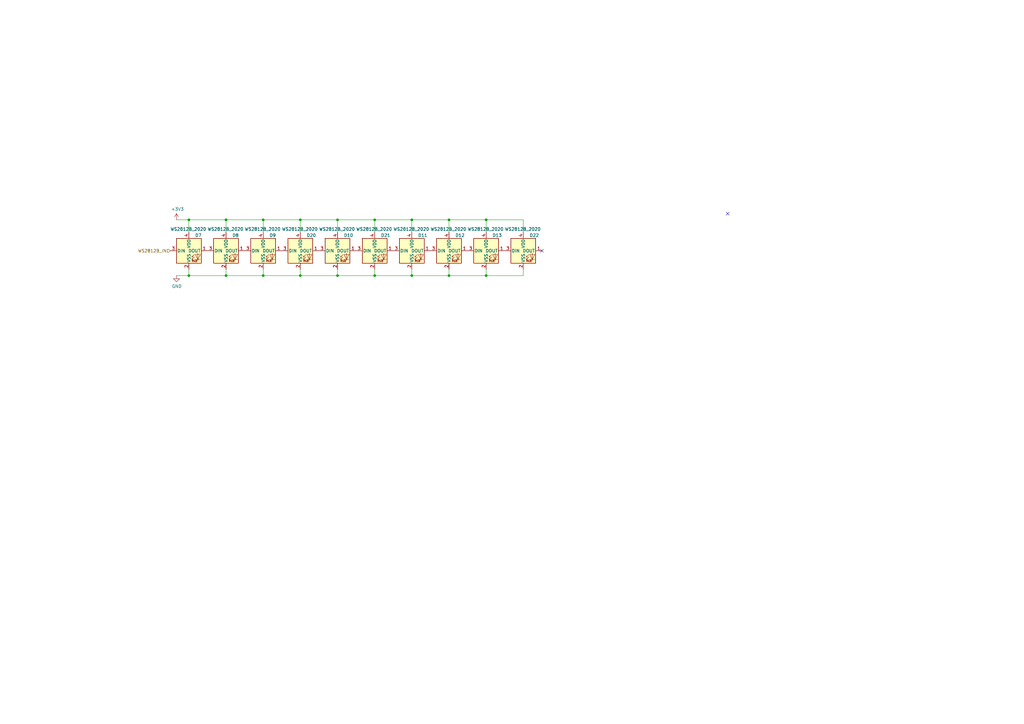
<source format=kicad_sch>
(kicad_sch (version 20211123) (generator eeschema)
  (paper "A3")
  (lib_symbols
    (symbol "power:+3V3" (power) (pin_names (offset 0))
      (property "Value" "+3V3" (at 0 3.556 0))
      (symbol "+3V3_0_1"
        (polyline (pts (xy -0.762 1.27) (xy 0 2.54)))
        (polyline (pts (xy 0 0) (xy 0 2.54)))
        (polyline (pts (xy 0 2.54) (xy 0.762 1.27)))
      )
      (symbol "+3V3_1_1"
        (pin power_in line (at 0 0 90) (length 0) hide (name "+3V3") (number "1"))
      )
    )
    (symbol "power:GND" (power) (pin_names (offset 0))
      (property "Value" "GND" (at 0 -3.81 0))
      (symbol "GND_0_1"
        (polyline (pts (xy 0 0) (xy 0 -1.27) (xy 1.27 -1.27) (xy 0 -2.54) (xy -1.27 -1.27) (xy 0 -1.27)))
      )
      (symbol "GND_1_1"
        (pin power_in line (at 0 0 270) (length 0) hide (name "GND") (number "1"))
      )
    )
    (symbol "synermycha-electronics:WS2812B_2020" (pin_names (offset 0.254))
      (property "Reference" "D" (at 5.08 5.715 0))
      (property "Value" "WS2812B_2020" (at 1.27 -5.715 0))
      (symbol "WS2812B_2020_0_0"
        (text "RGB" (at 2.286 -4.191 0) (effects (font (size 0.762 0.762))))
      )
      (symbol "WS2812B_2020_0_1"
        (polyline (pts (xy 1.27 -3.556) (xy 1.778 -3.556)))
        (polyline (pts (xy 1.27 -2.54) (xy 1.778 -2.54)))
        (polyline (pts (xy 4.699 -3.556) (xy 2.667 -3.556)))
        (polyline (pts (xy 2.286 -2.54) (xy 1.27 -3.556) (xy 1.27 -3.048)))
        (polyline (pts (xy 2.286 -1.524) (xy 1.27 -2.54) (xy 1.27 -2.032)))
        (polyline (pts (xy 3.683 -1.016) (xy 3.683 -3.556) (xy 3.683 -4.064)))
        (polyline (pts (xy 4.699 -1.524) (xy 2.667 -1.524) (xy 3.683 -3.556) (xy 4.699 -1.524)))
        (rectangle (start 5.08 5.08) (end -5.08 -5.08) (stroke (width 0.254)) (fill (type background)))
      )
      (symbol "WS2812B_2020_1_1"
        (pin output line (at 7.62 0 180) (length 2.54) (name "DOUT") (number "1"))
        (pin power_in line (at 0 -7.62 90) (length 2.54) (name "VSS") (number "2"))
        (pin input line (at -7.62 0 0) (length 2.54) (name "DIN") (number "3"))
        (pin power_in line (at 0 7.62 270) (length 2.54) (name "VDD") (number "4"))
      )
    )
  )
  (junction (at 168.91 113.03))
  (junction (at 123.19 113.03))
  (junction (at 92.71 113.03))
  (junction (at 153.67 90.17))
  (junction (at 138.43 113.03))
  (junction (at 168.91 90.17))
  (junction (at 107.95 90.17))
  (junction (at 77.47 90.17))
  (junction (at 153.67 113.03))
  (junction (at 107.95 113.03))
  (junction (at 199.39 90.17))
  (junction (at 138.43 90.17))
  (junction (at 77.47 113.03))
  (junction (at 184.15 113.03))
  (junction (at 184.15 90.17))
  (junction (at 123.19 90.17))
  (junction (at 92.71 90.17))
  (junction (at 199.39 113.03))
  (no_connect (at 222.25 102.87))
  (no_connect (at 298.45 87.63))
  (wire (pts (xy 72.39 90.17) (xy 77.47 90.17)))
  (wire (pts (xy 138.43 90.17) (xy 153.67 90.17)))
  (wire (pts (xy 92.71 90.17) (xy 107.95 90.17)))
  (wire (pts (xy 138.43 95.25) (xy 138.43 90.17)))
  (wire (pts (xy 123.19 90.17) (xy 123.19 95.25)))
  (wire (pts (xy 138.43 113.03) (xy 123.19 113.03)))
  (wire (pts (xy 107.95 110.49) (xy 107.95 113.03)))
  (wire (pts (xy 92.71 113.03) (xy 77.47 113.03)))
  (wire (pts (xy 168.91 90.17) (xy 168.91 95.25)))
  (wire (pts (xy 184.15 90.17) (xy 199.39 90.17)))
  (wire (pts (xy 107.95 90.17) (xy 123.19 90.17)))
  (wire (pts (xy 199.39 90.17) (xy 199.39 95.25)))
  (wire (pts (xy 138.43 110.49) (xy 138.43 113.03)))
  (wire (pts (xy 107.95 113.03) (xy 92.71 113.03)))
  (wire (pts (xy 77.47 110.49) (xy 77.47 113.03)))
  (wire (pts (xy 123.19 113.03) (xy 107.95 113.03)))
  (wire (pts (xy 92.71 110.49) (xy 92.71 113.03)))
  (wire (pts (xy 92.71 95.25) (xy 92.71 90.17)))
  (wire (pts (xy 77.47 95.25) (xy 77.47 90.17)))
  (wire (pts (xy 77.47 90.17) (xy 92.71 90.17)))
  (wire (pts (xy 168.91 90.17) (xy 184.15 90.17)))
  (wire (pts (xy 153.67 113.03) (xy 138.43 113.03)))
  (wire (pts (xy 123.19 110.49) (xy 123.19 113.03)))
  (wire (pts (xy 214.63 90.17) (xy 214.63 95.25)))
  (wire (pts (xy 77.47 113.03) (xy 72.39 113.03)))
  (wire (pts (xy 214.63 110.49) (xy 214.63 113.03)))
  (wire (pts (xy 168.91 113.03) (xy 153.67 113.03)))
  (wire (pts (xy 168.91 110.49) (xy 168.91 113.03)))
  (wire (pts (xy 153.67 110.49) (xy 153.67 113.03)))
  (wire (pts (xy 184.15 110.49) (xy 184.15 113.03)))
  (wire (pts (xy 199.39 110.49) (xy 199.39 113.03)))
  (wire (pts (xy 153.67 95.25) (xy 153.67 90.17)))
  (wire (pts (xy 184.15 90.17) (xy 184.15 95.25)))
  (wire (pts (xy 214.63 113.03) (xy 199.39 113.03)))
  (wire (pts (xy 199.39 113.03) (xy 184.15 113.03)))
  (wire (pts (xy 123.19 90.17) (xy 138.43 90.17)))
  (wire (pts (xy 199.39 90.17) (xy 214.63 90.17)))
  (wire (pts (xy 107.95 90.17) (xy 107.95 95.25)))
  (wire (pts (xy 153.67 90.17) (xy 168.91 90.17)))
  (wire (pts (xy 184.15 113.03) (xy 168.91 113.03)))
  (hierarchical_label "WS2812B_IN" (shape input) (at 69.85 102.87 180))
  (symbol (lib_id "power:GND") (at 72.39 113.03 0) (unit 1)
    (property "Reference" "#PWR?" (effects hide))
    (property "Value" "GND" (at 72.517 117.4242 0))
  )
  (symbol (lib_id "power:+3V3") (at 72.39 90.17 0) (unit 1)
    (property "Reference" "#PWR?" (effects hide))
    (property "Value" "+3V3" (at 72.771 85.7758 0))
  )
  (symbol (lib_id "synermycha-electronics:WS2812B_2020") (at 77.47 102.87 0) (unit 1)
    (property "Reference" "D7" (at 80.01 96.52 0) (effects (justify left)))
    (property "Value" "WS2812B_2020" (at 69.85 93.98 0) (effects (justify left)))
    (property "Footprint" "WS2812-2020:WS28122020" (effects hide))
    (property "Datasheet" "https://cdn-shop.adafruit.com/datasheets/WS2812B.pdf" (effects hide))
  )
  (symbol (lib_id "synermycha-electronics:WS2812B_2020") (at 92.71 102.87 0) (unit 1)
    (property "Reference" "D8" (at 95.25 96.52 0) (effects (justify left)))
    (property "Value" "WS2812B_2020" (at 85.09 93.98 0) (effects (justify left)))
    (property "Footprint" "WS2812-2020:WS28122020" (effects hide))
    (property "Datasheet" "https://cdn-shop.adafruit.com/datasheets/WS2812B.pdf" (effects hide))
  )
  (symbol (lib_id "synermycha-electronics:WS2812B_2020") (at 107.95 102.87 0) (unit 1)
    (property "Reference" "D9" (at 110.49 96.52 0) (effects (justify left)))
    (property "Value" "WS2812B_2020" (at 100.33 93.98 0) (effects (justify left)))
    (property "Footprint" "WS2812-2020:WS28122020" (effects hide))
    (property "Datasheet" "https://cdn-shop.adafruit.com/datasheets/WS2812B.pdf" (effects hide))
  )
  (symbol (lib_id "synermycha-electronics:WS2812B_2020") (at 138.43 102.87 0) (unit 1)
    (property "Reference" "D10" (at 140.97 96.52 0) (effects (justify left)))
    (property "Value" "WS2812B_2020" (at 130.81 93.98 0) (effects (justify left)))
    (property "Footprint" "WS2812-2020:WS28122020" (effects hide))
    (property "Datasheet" "https://cdn-shop.adafruit.com/datasheets/WS2812B.pdf" (effects hide))
  )
  (symbol (lib_id "synermycha-electronics:WS2812B_2020") (at 168.91 102.87 0) (unit 1)
    (property "Reference" "D11" (at 171.45 96.52 0) (effects (justify left)))
    (property "Value" "WS2812B_2020" (at 161.29 93.98 0) (effects (justify left)))
    (property "Footprint" "WS2812-2020:WS28122020" (effects hide))
    (property "Datasheet" "https://cdn-shop.adafruit.com/datasheets/WS2812B.pdf" (effects hide))
  )
  (symbol (lib_id "synermycha-electronics:WS2812B_2020") (at 184.15 102.87 0) (unit 1)
    (property "Reference" "D12" (at 186.69 96.52 0) (effects (justify left)))
    (property "Value" "WS2812B_2020" (at 176.53 93.98 0) (effects (justify left)))
    (property "Footprint" "WS2812-2020:WS28122020" (effects hide))
    (property "Datasheet" "https://cdn-shop.adafruit.com/datasheets/WS2812B.pdf" (effects hide))
  )
  (symbol (lib_id "synermycha-electronics:WS2812B_2020") (at 199.39 102.87 0) (unit 1)
    (property "Reference" "D13" (at 201.93 96.52 0) (effects (justify left)))
    (property "Value" "WS2812B_2020" (at 191.77 93.98 0) (effects (justify left)))
    (property "Footprint" "WS2812-2020:WS28122020" (effects hide))
    (property "Datasheet" "https://cdn-shop.adafruit.com/datasheets/WS2812B.pdf" (effects hide))
  )
  (symbol (lib_id "synermycha-electronics:WS2812B_2020") (at 153.67 102.87 0) (unit 1)
    (property "Reference" "D21" (at 156.21 96.52 0) (effects (justify left)))
    (property "Value" "WS2812B_2020" (at 146.05 93.98 0) (effects (justify left)))
    (property "Footprint" "WS2812-2020:WS28122020" (effects hide))
    (property "Datasheet" "https://cdn-shop.adafruit.com/datasheets/WS2812B.pdf" (effects hide))
  )
  (symbol (lib_id "synermycha-electronics:WS2812B_2020") (at 214.63 102.87 0) (unit 1)
    (property "Reference" "D22" (at 217.17 96.52 0) (effects (justify left)))
    (property "Value" "WS2812B_2020" (at 207.01 93.98 0) (effects (justify left)))
    (property "Footprint" "WS2812-2020:WS28122020" (effects hide))
    (property "Datasheet" "https://cdn-shop.adafruit.com/datasheets/WS2812B.pdf" (effects hide))
  )
  (symbol (lib_id "synermycha-electronics:WS2812B_2020") (at 123.19 102.87 0) (unit 1)
    (property "Reference" "D20" (at 125.73 96.52 0) (effects (justify left)))
    (property "Value" "WS2812B_2020" (at 115.57 93.98 0) (effects (justify left)))
    (property "Footprint" "WS2812-2020:WS28122020" (effects hide))
    (property "Datasheet" "https://cdn-shop.adafruit.com/datasheets/WS2812B.pdf" (effects hide))
  )
)
</source>
